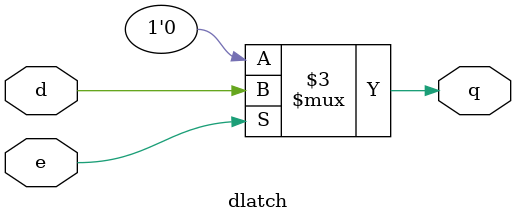
<source format=v>
module dlatch(input d, input e,output reg q);
always@(*)
if(e) begin
q<=d;
end
else
begin
q=0;
end
endmodule

</source>
